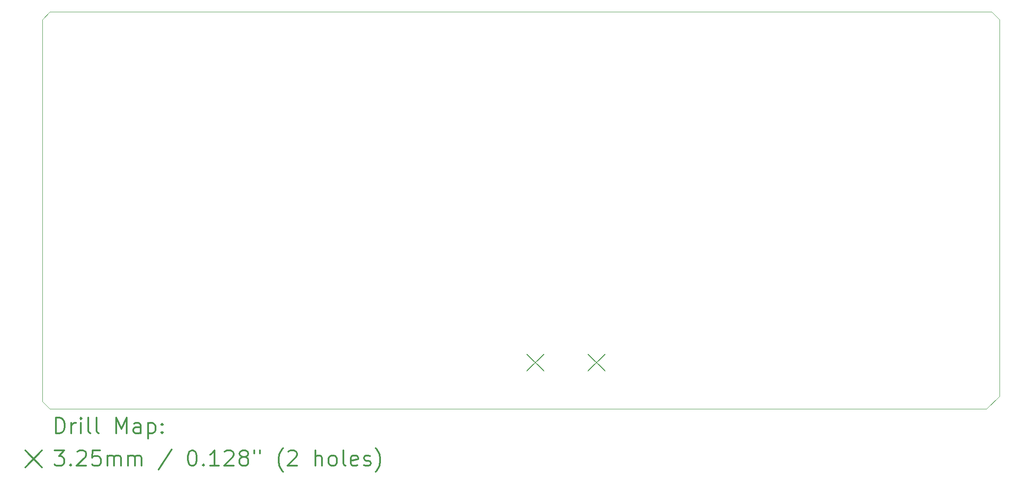
<source format=gbr>
%FSLAX45Y45*%
G04 Gerber Fmt 4.5, Leading zero omitted, Abs format (unit mm)*
G04 Created by KiCad (PCBNEW 4.0.0-rc2-stable) date 9-2-2016 22:10:57*
%MOMM*%
G01*
G04 APERTURE LIST*
%ADD10C,0.127000*%
%ADD11C,0.100000*%
%ADD12C,0.200000*%
%ADD13C,0.300000*%
G04 APERTURE END LIST*
D10*
D11*
X18700000Y-9800000D02*
X20900000Y-9800000D01*
X2750000Y-9800000D02*
X18700000Y-9800000D01*
X21150000Y-9550000D02*
X20900000Y-9800000D01*
X21150000Y-2250000D02*
X21150000Y-9550000D01*
X21000000Y-2100000D02*
X21150000Y-2250000D01*
X15450000Y-2100000D02*
X21000000Y-2100000D01*
X2750000Y-2100000D02*
X2600000Y-2250000D01*
X15300000Y-2100000D02*
X15450000Y-2100000D01*
X2600000Y-9650000D02*
X2750000Y-9800000D01*
X2600000Y-9600000D02*
X2600000Y-9650000D01*
X2600000Y-8750000D02*
X2600000Y-9650000D01*
X2600000Y-8350000D02*
X2600000Y-8750000D01*
X2600000Y-2250000D02*
X2600000Y-8350000D01*
X2750000Y-2100000D02*
X15300000Y-2100000D01*
D12*
X11994350Y-8737440D02*
X12319470Y-9062560D01*
X12319470Y-8737440D02*
X11994350Y-9062560D01*
X13181292Y-8737440D02*
X13506412Y-9062560D01*
X13506412Y-8737440D02*
X13181292Y-9062560D01*
D13*
X2866428Y-10270714D02*
X2866428Y-9970714D01*
X2937857Y-9970714D01*
X2980714Y-9985000D01*
X3009286Y-10013572D01*
X3023571Y-10042143D01*
X3037857Y-10099286D01*
X3037857Y-10142143D01*
X3023571Y-10199286D01*
X3009286Y-10227857D01*
X2980714Y-10256429D01*
X2937857Y-10270714D01*
X2866428Y-10270714D01*
X3166428Y-10270714D02*
X3166428Y-10070714D01*
X3166428Y-10127857D02*
X3180714Y-10099286D01*
X3195000Y-10085000D01*
X3223571Y-10070714D01*
X3252143Y-10070714D01*
X3352143Y-10270714D02*
X3352143Y-10070714D01*
X3352143Y-9970714D02*
X3337857Y-9985000D01*
X3352143Y-9999286D01*
X3366428Y-9985000D01*
X3352143Y-9970714D01*
X3352143Y-9999286D01*
X3537857Y-10270714D02*
X3509286Y-10256429D01*
X3495000Y-10227857D01*
X3495000Y-9970714D01*
X3695000Y-10270714D02*
X3666428Y-10256429D01*
X3652143Y-10227857D01*
X3652143Y-9970714D01*
X4037857Y-10270714D02*
X4037857Y-9970714D01*
X4137857Y-10185000D01*
X4237857Y-9970714D01*
X4237857Y-10270714D01*
X4509286Y-10270714D02*
X4509286Y-10113572D01*
X4495000Y-10085000D01*
X4466429Y-10070714D01*
X4409286Y-10070714D01*
X4380714Y-10085000D01*
X4509286Y-10256429D02*
X4480714Y-10270714D01*
X4409286Y-10270714D01*
X4380714Y-10256429D01*
X4366429Y-10227857D01*
X4366429Y-10199286D01*
X4380714Y-10170714D01*
X4409286Y-10156429D01*
X4480714Y-10156429D01*
X4509286Y-10142143D01*
X4652143Y-10070714D02*
X4652143Y-10370714D01*
X4652143Y-10085000D02*
X4680714Y-10070714D01*
X4737857Y-10070714D01*
X4766429Y-10085000D01*
X4780714Y-10099286D01*
X4795000Y-10127857D01*
X4795000Y-10213572D01*
X4780714Y-10242143D01*
X4766429Y-10256429D01*
X4737857Y-10270714D01*
X4680714Y-10270714D01*
X4652143Y-10256429D01*
X4923571Y-10242143D02*
X4937857Y-10256429D01*
X4923571Y-10270714D01*
X4909286Y-10256429D01*
X4923571Y-10242143D01*
X4923571Y-10270714D01*
X4923571Y-10085000D02*
X4937857Y-10099286D01*
X4923571Y-10113572D01*
X4909286Y-10099286D01*
X4923571Y-10085000D01*
X4923571Y-10113572D01*
X2269880Y-10602440D02*
X2595000Y-10927560D01*
X2595000Y-10602440D02*
X2269880Y-10927560D01*
X2837857Y-10600714D02*
X3023571Y-10600714D01*
X2923571Y-10715000D01*
X2966428Y-10715000D01*
X2995000Y-10729286D01*
X3009286Y-10743572D01*
X3023571Y-10772143D01*
X3023571Y-10843572D01*
X3009286Y-10872143D01*
X2995000Y-10886429D01*
X2966428Y-10900714D01*
X2880714Y-10900714D01*
X2852143Y-10886429D01*
X2837857Y-10872143D01*
X3152143Y-10872143D02*
X3166428Y-10886429D01*
X3152143Y-10900714D01*
X3137857Y-10886429D01*
X3152143Y-10872143D01*
X3152143Y-10900714D01*
X3280714Y-10629286D02*
X3295000Y-10615000D01*
X3323571Y-10600714D01*
X3395000Y-10600714D01*
X3423571Y-10615000D01*
X3437857Y-10629286D01*
X3452143Y-10657857D01*
X3452143Y-10686429D01*
X3437857Y-10729286D01*
X3266428Y-10900714D01*
X3452143Y-10900714D01*
X3723571Y-10600714D02*
X3580714Y-10600714D01*
X3566428Y-10743572D01*
X3580714Y-10729286D01*
X3609286Y-10715000D01*
X3680714Y-10715000D01*
X3709286Y-10729286D01*
X3723571Y-10743572D01*
X3737857Y-10772143D01*
X3737857Y-10843572D01*
X3723571Y-10872143D01*
X3709286Y-10886429D01*
X3680714Y-10900714D01*
X3609286Y-10900714D01*
X3580714Y-10886429D01*
X3566428Y-10872143D01*
X3866428Y-10900714D02*
X3866428Y-10700714D01*
X3866428Y-10729286D02*
X3880714Y-10715000D01*
X3909286Y-10700714D01*
X3952143Y-10700714D01*
X3980714Y-10715000D01*
X3995000Y-10743572D01*
X3995000Y-10900714D01*
X3995000Y-10743572D02*
X4009286Y-10715000D01*
X4037857Y-10700714D01*
X4080714Y-10700714D01*
X4109286Y-10715000D01*
X4123571Y-10743572D01*
X4123571Y-10900714D01*
X4266429Y-10900714D02*
X4266429Y-10700714D01*
X4266429Y-10729286D02*
X4280714Y-10715000D01*
X4309286Y-10700714D01*
X4352143Y-10700714D01*
X4380714Y-10715000D01*
X4395000Y-10743572D01*
X4395000Y-10900714D01*
X4395000Y-10743572D02*
X4409286Y-10715000D01*
X4437857Y-10700714D01*
X4480714Y-10700714D01*
X4509286Y-10715000D01*
X4523571Y-10743572D01*
X4523571Y-10900714D01*
X5109286Y-10586429D02*
X4852143Y-10972143D01*
X5495000Y-10600714D02*
X5523571Y-10600714D01*
X5552143Y-10615000D01*
X5566428Y-10629286D01*
X5580714Y-10657857D01*
X5595000Y-10715000D01*
X5595000Y-10786429D01*
X5580714Y-10843572D01*
X5566428Y-10872143D01*
X5552143Y-10886429D01*
X5523571Y-10900714D01*
X5495000Y-10900714D01*
X5466428Y-10886429D01*
X5452143Y-10872143D01*
X5437857Y-10843572D01*
X5423571Y-10786429D01*
X5423571Y-10715000D01*
X5437857Y-10657857D01*
X5452143Y-10629286D01*
X5466428Y-10615000D01*
X5495000Y-10600714D01*
X5723571Y-10872143D02*
X5737857Y-10886429D01*
X5723571Y-10900714D01*
X5709286Y-10886429D01*
X5723571Y-10872143D01*
X5723571Y-10900714D01*
X6023571Y-10900714D02*
X5852143Y-10900714D01*
X5937857Y-10900714D02*
X5937857Y-10600714D01*
X5909285Y-10643572D01*
X5880714Y-10672143D01*
X5852143Y-10686429D01*
X6137857Y-10629286D02*
X6152143Y-10615000D01*
X6180714Y-10600714D01*
X6252143Y-10600714D01*
X6280714Y-10615000D01*
X6295000Y-10629286D01*
X6309285Y-10657857D01*
X6309285Y-10686429D01*
X6295000Y-10729286D01*
X6123571Y-10900714D01*
X6309285Y-10900714D01*
X6480714Y-10729286D02*
X6452143Y-10715000D01*
X6437857Y-10700714D01*
X6423571Y-10672143D01*
X6423571Y-10657857D01*
X6437857Y-10629286D01*
X6452143Y-10615000D01*
X6480714Y-10600714D01*
X6537857Y-10600714D01*
X6566428Y-10615000D01*
X6580714Y-10629286D01*
X6595000Y-10657857D01*
X6595000Y-10672143D01*
X6580714Y-10700714D01*
X6566428Y-10715000D01*
X6537857Y-10729286D01*
X6480714Y-10729286D01*
X6452143Y-10743572D01*
X6437857Y-10757857D01*
X6423571Y-10786429D01*
X6423571Y-10843572D01*
X6437857Y-10872143D01*
X6452143Y-10886429D01*
X6480714Y-10900714D01*
X6537857Y-10900714D01*
X6566428Y-10886429D01*
X6580714Y-10872143D01*
X6595000Y-10843572D01*
X6595000Y-10786429D01*
X6580714Y-10757857D01*
X6566428Y-10743572D01*
X6537857Y-10729286D01*
X6709286Y-10600714D02*
X6709286Y-10657857D01*
X6823571Y-10600714D02*
X6823571Y-10657857D01*
X7266428Y-11015000D02*
X7252143Y-11000714D01*
X7223571Y-10957857D01*
X7209285Y-10929286D01*
X7195000Y-10886429D01*
X7180714Y-10815000D01*
X7180714Y-10757857D01*
X7195000Y-10686429D01*
X7209285Y-10643572D01*
X7223571Y-10615000D01*
X7252143Y-10572143D01*
X7266428Y-10557857D01*
X7366428Y-10629286D02*
X7380714Y-10615000D01*
X7409285Y-10600714D01*
X7480714Y-10600714D01*
X7509285Y-10615000D01*
X7523571Y-10629286D01*
X7537857Y-10657857D01*
X7537857Y-10686429D01*
X7523571Y-10729286D01*
X7352143Y-10900714D01*
X7537857Y-10900714D01*
X7895000Y-10900714D02*
X7895000Y-10600714D01*
X8023571Y-10900714D02*
X8023571Y-10743572D01*
X8009285Y-10715000D01*
X7980714Y-10700714D01*
X7937857Y-10700714D01*
X7909285Y-10715000D01*
X7895000Y-10729286D01*
X8209285Y-10900714D02*
X8180714Y-10886429D01*
X8166428Y-10872143D01*
X8152143Y-10843572D01*
X8152143Y-10757857D01*
X8166428Y-10729286D01*
X8180714Y-10715000D01*
X8209285Y-10700714D01*
X8252143Y-10700714D01*
X8280714Y-10715000D01*
X8295000Y-10729286D01*
X8309285Y-10757857D01*
X8309285Y-10843572D01*
X8295000Y-10872143D01*
X8280714Y-10886429D01*
X8252143Y-10900714D01*
X8209285Y-10900714D01*
X8480714Y-10900714D02*
X8452143Y-10886429D01*
X8437857Y-10857857D01*
X8437857Y-10600714D01*
X8709286Y-10886429D02*
X8680714Y-10900714D01*
X8623571Y-10900714D01*
X8595000Y-10886429D01*
X8580714Y-10857857D01*
X8580714Y-10743572D01*
X8595000Y-10715000D01*
X8623571Y-10700714D01*
X8680714Y-10700714D01*
X8709286Y-10715000D01*
X8723571Y-10743572D01*
X8723571Y-10772143D01*
X8580714Y-10800714D01*
X8837857Y-10886429D02*
X8866429Y-10900714D01*
X8923571Y-10900714D01*
X8952143Y-10886429D01*
X8966429Y-10857857D01*
X8966429Y-10843572D01*
X8952143Y-10815000D01*
X8923571Y-10800714D01*
X8880714Y-10800714D01*
X8852143Y-10786429D01*
X8837857Y-10757857D01*
X8837857Y-10743572D01*
X8852143Y-10715000D01*
X8880714Y-10700714D01*
X8923571Y-10700714D01*
X8952143Y-10715000D01*
X9066428Y-11015000D02*
X9080714Y-11000714D01*
X9109286Y-10957857D01*
X9123571Y-10929286D01*
X9137857Y-10886429D01*
X9152143Y-10815000D01*
X9152143Y-10757857D01*
X9137857Y-10686429D01*
X9123571Y-10643572D01*
X9109286Y-10615000D01*
X9080714Y-10572143D01*
X9066428Y-10557857D01*
M02*

</source>
